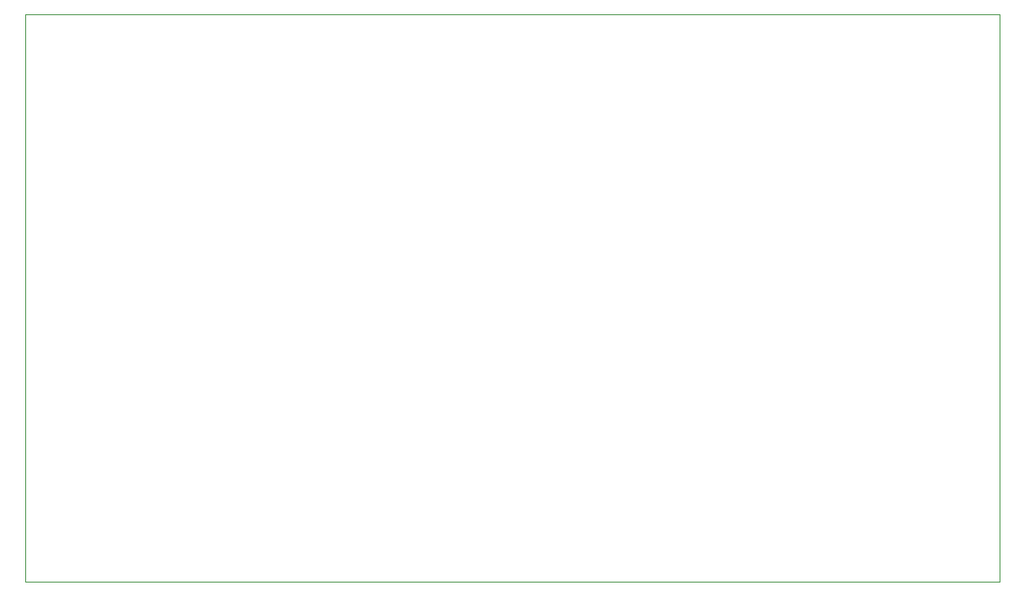
<source format=gbr>
%TF.GenerationSoftware,KiCad,Pcbnew,7.0.10-7.0.10~ubuntu20.04.1*%
%TF.CreationDate,2024-06-11T00:22:07+03:00*%
%TF.ProjectId,PatientMonitor,50617469-656e-4744-9d6f-6e69746f722e,rev?*%
%TF.SameCoordinates,Original*%
%TF.FileFunction,Profile,NP*%
%FSLAX46Y46*%
G04 Gerber Fmt 4.6, Leading zero omitted, Abs format (unit mm)*
G04 Created by KiCad (PCBNEW 7.0.10-7.0.10~ubuntu20.04.1) date 2024-06-11 00:22:07*
%MOMM*%
%LPD*%
G01*
G04 APERTURE LIST*
%TA.AperFunction,Profile*%
%ADD10C,0.100000*%
%TD*%
G04 APERTURE END LIST*
D10*
X101000000Y-71500000D02*
X199000000Y-71500000D01*
X199000000Y-128500000D01*
X101000000Y-128500000D01*
X101000000Y-71500000D01*
M02*

</source>
